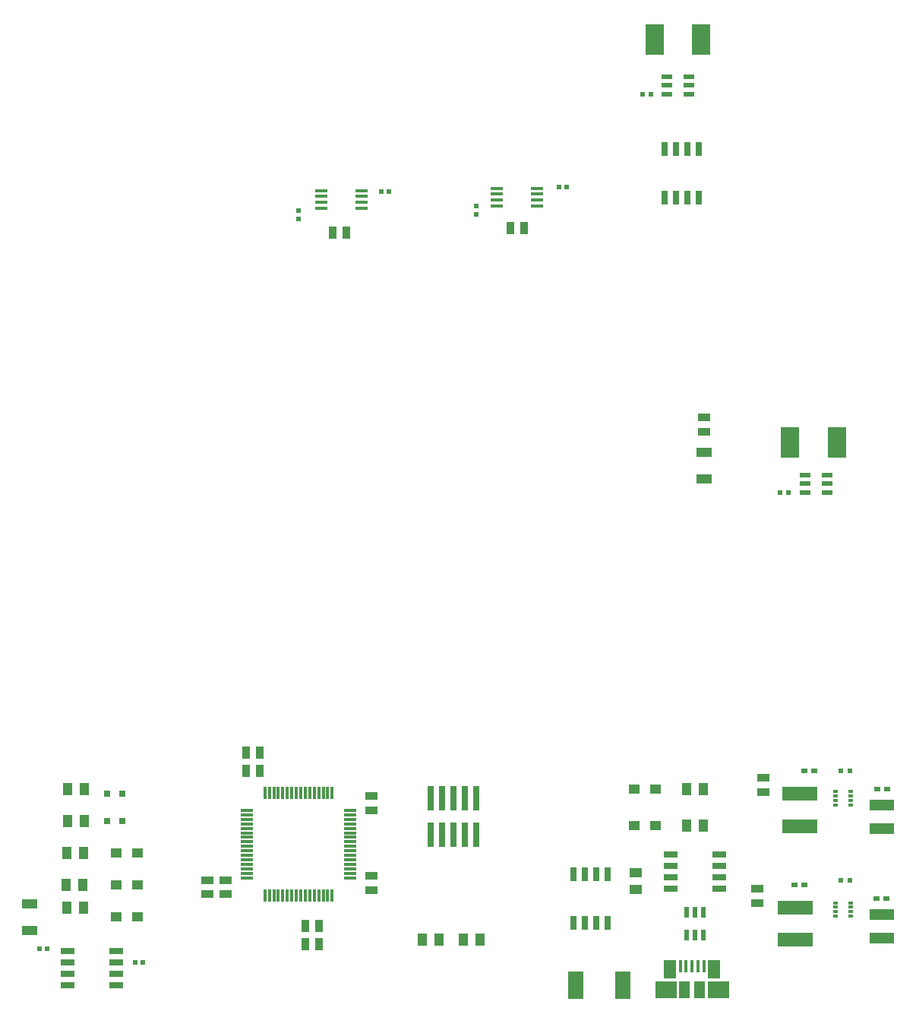
<source format=gtp>
G04*
G04 #@! TF.GenerationSoftware,Altium Limited,Altium Designer,20.0.9 (164)*
G04*
G04 Layer_Color=8421504*
%FSLAX25Y25*%
%MOIN*%
G70*
G01*
G75*
%ADD151R,0.08268X0.13583*%
%ADD152R,0.15748X0.05906*%
%ADD153R,0.10709X0.04961*%
%ADD154R,0.06890X0.03937*%
%ADD155R,0.03937X0.05709*%
%ADD156R,0.04921X0.04331*%
%ADD157R,0.04724X0.02362*%
%ADD158R,0.02953X0.02362*%
%ADD159R,0.03150X0.03150*%
%ADD160R,0.02362X0.02441*%
%ADD161R,0.02559X0.06004*%
%ADD162R,0.02913X0.11004*%
%ADD163R,0.07008X0.12402*%
%ADD164R,0.05709X0.03937*%
%ADD165R,0.06004X0.02559*%
%ADD166R,0.02362X0.04724*%
%ADD167R,0.01772X0.05433*%
%ADD168R,0.05807X0.08268*%
%ADD169R,0.04626X0.07480*%
%ADD170R,0.09350X0.07480*%
%ADD171R,0.03780X0.05472*%
%ADD172R,0.05472X0.03780*%
%ADD173R,0.01181X0.05807*%
%ADD174R,0.05807X0.01181*%
%ADD175R,0.05787X0.03819*%
%ADD176R,0.01870X0.01181*%
%ADD177R,0.01870X0.01968*%
%ADD178R,0.05709X0.01772*%
%ADD179R,0.02441X0.02362*%
D151*
X408236Y250000D02*
D03*
X387764D02*
D03*
X348736Y426677D02*
D03*
X328264D02*
D03*
D152*
X390000Y46173D02*
D03*
Y32000D02*
D03*
X392000Y96000D02*
D03*
Y81827D02*
D03*
D153*
X428000Y91236D02*
D03*
Y80764D02*
D03*
Y43236D02*
D03*
Y32764D02*
D03*
D154*
X54000Y47905D02*
D03*
Y36094D02*
D03*
X350000Y245905D02*
D03*
Y234095D02*
D03*
D155*
X342323Y82000D02*
D03*
X349803D02*
D03*
X78000Y98000D02*
D03*
X70520D02*
D03*
X78000Y84000D02*
D03*
X70520D02*
D03*
X77740Y70000D02*
D03*
X70260D02*
D03*
X77480Y56000D02*
D03*
X70000D02*
D03*
X77740Y46000D02*
D03*
X70260D02*
D03*
X342323Y98000D02*
D03*
X349803D02*
D03*
X244260Y32000D02*
D03*
X251740D02*
D03*
X226260D02*
D03*
X233740D02*
D03*
D156*
X328689Y82000D02*
D03*
X319437D02*
D03*
X92000Y42000D02*
D03*
X101252D02*
D03*
X92000Y56000D02*
D03*
X101252D02*
D03*
X92000Y70000D02*
D03*
X101252D02*
D03*
X328689Y98000D02*
D03*
X319437D02*
D03*
D157*
X394260Y228260D02*
D03*
Y232000D02*
D03*
Y235740D02*
D03*
X404102D02*
D03*
Y232000D02*
D03*
Y228260D02*
D03*
X343421Y402937D02*
D03*
Y406677D02*
D03*
Y410417D02*
D03*
X333579D02*
D03*
Y406677D02*
D03*
Y402937D02*
D03*
D158*
X398165Y106000D02*
D03*
X393835D02*
D03*
X394000Y56000D02*
D03*
X389669D02*
D03*
X425835Y98000D02*
D03*
X430165D02*
D03*
X425669Y50000D02*
D03*
X430000D02*
D03*
D159*
X88000Y84000D02*
D03*
X94496D02*
D03*
X88000Y96000D02*
D03*
X94496D02*
D03*
D160*
X58189Y28000D02*
D03*
X61811D02*
D03*
X103811Y22000D02*
D03*
X100189D02*
D03*
X322878Y402677D02*
D03*
X326500D02*
D03*
X383370Y228000D02*
D03*
X386992D02*
D03*
X211811Y360000D02*
D03*
X208189D02*
D03*
X289811Y362000D02*
D03*
X286189D02*
D03*
D161*
X292500Y60677D02*
D03*
X297500D02*
D03*
X302500D02*
D03*
X307500D02*
D03*
Y39323D02*
D03*
X302500D02*
D03*
X297500D02*
D03*
X292500D02*
D03*
X332500Y378677D02*
D03*
X337500D02*
D03*
X342500D02*
D03*
X347500D02*
D03*
Y357323D02*
D03*
X342500D02*
D03*
X337500D02*
D03*
X332500D02*
D03*
D162*
X230000Y77996D02*
D03*
Y94004D02*
D03*
X235000Y77996D02*
D03*
Y94004D02*
D03*
X240000Y77996D02*
D03*
Y94004D02*
D03*
X245000Y77996D02*
D03*
Y94004D02*
D03*
X250000Y77996D02*
D03*
Y94004D02*
D03*
D163*
X293705Y12000D02*
D03*
X314295D02*
D03*
D164*
X320000Y61480D02*
D03*
Y54000D02*
D03*
D165*
X356677Y69500D02*
D03*
Y64500D02*
D03*
Y59500D02*
D03*
Y54500D02*
D03*
X335323D02*
D03*
Y59500D02*
D03*
Y64500D02*
D03*
Y69500D02*
D03*
X70646Y12000D02*
D03*
Y17000D02*
D03*
Y22000D02*
D03*
Y27000D02*
D03*
X92000D02*
D03*
Y22000D02*
D03*
Y17000D02*
D03*
Y12000D02*
D03*
D166*
X342260Y34157D02*
D03*
X346000D02*
D03*
X349740D02*
D03*
Y44000D02*
D03*
X346000D02*
D03*
X342260D02*
D03*
D167*
X339585Y20472D02*
D03*
X342144D02*
D03*
X344703D02*
D03*
X347262D02*
D03*
X349821D02*
D03*
D168*
X354358Y19055D02*
D03*
X335047D02*
D03*
D169*
X341406Y10000D02*
D03*
X348000D02*
D03*
D170*
X333236D02*
D03*
X356169D02*
D03*
D171*
X155110Y114000D02*
D03*
X148890D02*
D03*
X181110Y38000D02*
D03*
X174890D02*
D03*
X181110Y30000D02*
D03*
X174890D02*
D03*
X155110Y106000D02*
D03*
X148890D02*
D03*
X193110Y342000D02*
D03*
X186890D02*
D03*
X271110Y344000D02*
D03*
X264890D02*
D03*
D172*
X204000Y88890D02*
D03*
Y95110D02*
D03*
Y60000D02*
D03*
Y53780D02*
D03*
X132000Y58220D02*
D03*
Y52000D02*
D03*
X140000Y58220D02*
D03*
Y52000D02*
D03*
X350000Y254890D02*
D03*
Y261110D02*
D03*
D173*
X157236Y51410D02*
D03*
X159205D02*
D03*
X161173D02*
D03*
X163142D02*
D03*
X165110D02*
D03*
X167079D02*
D03*
X169047D02*
D03*
X171016D02*
D03*
X172984D02*
D03*
X174953D02*
D03*
X176921D02*
D03*
X178890D02*
D03*
X180858D02*
D03*
X182827D02*
D03*
X184795D02*
D03*
X186764D02*
D03*
Y96591D02*
D03*
X184795D02*
D03*
X182827D02*
D03*
X180858D02*
D03*
X178890D02*
D03*
X176921D02*
D03*
X174953D02*
D03*
X172984D02*
D03*
X171016D02*
D03*
X169047D02*
D03*
X167079D02*
D03*
X165110D02*
D03*
X163142D02*
D03*
X161173D02*
D03*
X159205D02*
D03*
X157236D02*
D03*
D174*
X194591Y59236D02*
D03*
Y61205D02*
D03*
Y63173D02*
D03*
Y65142D02*
D03*
Y67110D02*
D03*
Y69079D02*
D03*
Y71047D02*
D03*
Y73016D02*
D03*
Y74984D02*
D03*
Y76953D02*
D03*
Y78921D02*
D03*
Y80890D02*
D03*
Y82858D02*
D03*
Y84827D02*
D03*
Y86795D02*
D03*
Y88764D02*
D03*
X149409D02*
D03*
Y86795D02*
D03*
Y84827D02*
D03*
Y82858D02*
D03*
Y80890D02*
D03*
Y78921D02*
D03*
Y76953D02*
D03*
Y74984D02*
D03*
Y73016D02*
D03*
Y71047D02*
D03*
Y69079D02*
D03*
Y67110D02*
D03*
Y65142D02*
D03*
Y63173D02*
D03*
Y61205D02*
D03*
Y59236D02*
D03*
D175*
X373374Y54535D02*
D03*
Y48000D02*
D03*
X376000Y103268D02*
D03*
Y96732D02*
D03*
D176*
X407701Y48264D02*
D03*
Y46295D02*
D03*
Y44327D02*
D03*
Y42358D02*
D03*
X414299D02*
D03*
Y44327D02*
D03*
Y46295D02*
D03*
Y48264D02*
D03*
X407717Y96953D02*
D03*
Y94984D02*
D03*
Y93016D02*
D03*
Y91047D02*
D03*
X414315D02*
D03*
Y93016D02*
D03*
Y94984D02*
D03*
Y96953D02*
D03*
D177*
X409982Y106000D02*
D03*
X414018D02*
D03*
X410000Y58000D02*
D03*
X414035D02*
D03*
D178*
X199717Y360559D02*
D03*
X182000D02*
D03*
Y358000D02*
D03*
Y355441D02*
D03*
Y352882D02*
D03*
X199717Y358000D02*
D03*
Y355441D02*
D03*
Y352882D02*
D03*
X276717Y361559D02*
D03*
X259000D02*
D03*
Y359000D02*
D03*
Y356441D02*
D03*
Y353882D02*
D03*
X276717Y359000D02*
D03*
Y356441D02*
D03*
Y353882D02*
D03*
D179*
X172000Y348189D02*
D03*
Y351811D02*
D03*
X250000Y350189D02*
D03*
Y353811D02*
D03*
M02*

</source>
